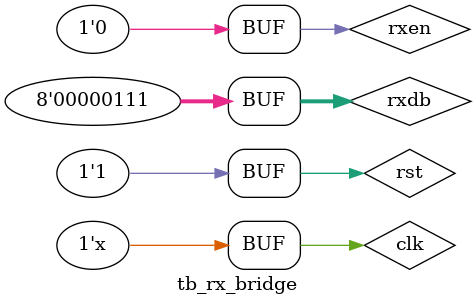
<source format=v>
`timescale 1ns / 1ps


module tb_rx_bridge;

	// Inputs
	reg clk;
	reg rst;
	reg rxen;
	reg [7:0] rxdb;

	// Outputs
	wire RX_rdy;
	wire [7:0] Data1;
	wire [7:0] Data2;
	wire [7:0] Data3;
	wire [7:0] Data4;
	wire [7:0] Data5;

	// Instantiate the Unit Under Test (UUT)
	rx_bridge uut (
		.clk(clk), 
		.rst(rst), 
		.rxen(rxen), 
		.rxdb(rxdb), 
		.RX_rdy(RX_rdy), 
		.Data1(Data1), 
		.Data2(Data2), 
		.Data3(Data3), 
		.Data4(Data4), 
		.Data5(Data5)
	);

	initial begin
		// Initialize Inputs
		clk = 0;
		rst = 0;
		rxen = 0;
		rxdb = 0;

		// Wait 100 ns for global reset to finish
		#100;
        
		// Add stimulus here
      rst=1;
		// µÚÒ»¸öÑ­»·
		#160;
		rxen=1'd1;
		rxdb=8'hAA;
		#20;
		rxen=1'd0;
		
		#160;
		rxen=1'd1;
		rxdb=8'h04;
		#20;
		rxen=1'd0;
		
		#160;
		rxen=1'd1;
		rxdb=8'h02;
		#20;
		rxen=1'd0;
		
		#160;
		rxen=1'd1;
		rxdb=8'h01;
		#20;
		rxen=1'd0;
		
		#160;
		rxen=1'd1;
		rxdb=8'h00;
		#20;
		rxen=1'd0;
		
		#160;
		rxen=1'd1;
		rxdb=8'h07;
		#20;
		rxen=1'd0;
		
		
		#1000;   //µÚ¶þ¸öÑ­»·
		
		#160;
		rxen=1'd1;
		rxdb=8'hAA;
		#20;
		rxen=1'd0;
		
		#160;
		rxen=1'd1;
		rxdb=8'h04;
		#20;
		rxen=1'd0;
		
		#160;
		rxen=1'd1;
		rxdb=8'h02;
		#20;
		rxen=1'd0;
		
		#160;
		rxen=1'd1;
		rxdb=8'h01;
		#20;
		rxen=1'd0;
		
		#160;
		rxen=1'd1;
		rxdb=8'h00;
		#20;
		rxen=1'd0;
		
		#160;
		rxen=1'd1;
		rxdb=8'h07;
		#20;
		rxen=1'd0;
		
		#1000;   //µÚÈý¸öÑ­»·
		
		#160;
		rxen=1'd1;
		rxdb=8'hAA;
		#20;
		rxen=1'd0;
		
		#160;
		rxen=1'd1;
		rxdb=8'h04;
		#20;
		rxen=1'd0;
		
		#160;
		rxen=1'd1;
		rxdb=8'h02;
		#20;
		rxen=1'd0;
		
		#160;
		rxen=1'd1;
		rxdb=8'h01;
		#20;
		rxen=1'd0;
		
		#160;
		rxen=1'd1;
		rxdb=8'h00;
		#20;
		rxen=1'd0;
		
		#160;
		rxen=1'd1;
		rxdb=8'h07;
		#20;
		rxen=1'd0;
		
		#1000;   //µÚËÄ¸öÑ­»·
		
		#160;
		rxen=1'd1;
		rxdb=8'hAA;
		#20;
		rxen=1'd0;
		
		#160;
		rxen=1'd1;
		rxdb=8'h04;
		#20;
		rxen=1'd0;
		
		#160;
		rxen=1'd1;
		rxdb=8'h02;
		#20;
		rxen=1'd0;
		
		#160;
		rxen=1'd1;
		rxdb=8'h01;
		#20;
		rxen=1'd0;
		
		#160;
		rxen=1'd1;
		rxdb=8'h00;
		#20;
		rxen=1'd0;
		
		#160;
		rxen=1'd1;
		rxdb=8'h07;
		#20;
		rxen=1'd0;
		
	end
	
    always #10 clk=~clk;  
endmodule


</source>
